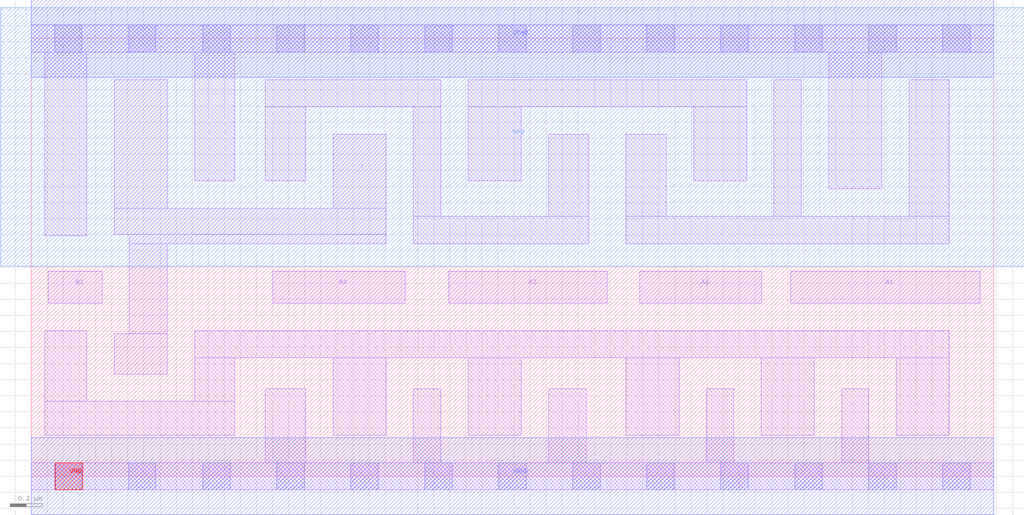
<source format=lef>
# Copyright 2020 The SkyWater PDK Authors
#
# Licensed under the Apache License, Version 2.0 (the "License");
# you may not use this file except in compliance with the License.
# You may obtain a copy of the License at
#
#     https://www.apache.org/licenses/LICENSE-2.0
#
# Unless required by applicable law or agreed to in writing, software
# distributed under the License is distributed on an "AS IS" BASIS,
# WITHOUT WARRANTIES OR CONDITIONS OF ANY KIND, either express or implied.
# See the License for the specific language governing permissions and
# limitations under the License.
#
# SPDX-License-Identifier: Apache-2.0

VERSION 5.7 ;
  NOWIREEXTENSIONATPIN ON ;
  DIVIDERCHAR "/" ;
  BUSBITCHARS "[]" ;
MACRO sky130_fd_sc_hd__o41ai_2
  CLASS CORE ;
  FOREIGN sky130_fd_sc_hd__o41ai_2 ;
  ORIGIN  0.000000  0.000000 ;
  SIZE  5.980000 BY  2.720000 ;
  SYMMETRY X Y R90 ;
  SITE unithd ;
  PIN A1
    ANTENNAGATEAREA  0.495000 ;
    DIRECTION INPUT ;
    USE SIGNAL ;
    PORT
      LAYER li1 ;
        RECT 4.720000 1.075000 5.895000 1.275000 ;
    END
  END A1
  PIN A2
    ANTENNAGATEAREA  0.495000 ;
    DIRECTION INPUT ;
    USE SIGNAL ;
    PORT
      LAYER li1 ;
        RECT 3.780000 1.075000 4.540000 1.275000 ;
    END
  END A2
  PIN A3
    ANTENNAGATEAREA  0.495000 ;
    DIRECTION INPUT ;
    USE SIGNAL ;
    PORT
      LAYER li1 ;
        RECT 2.595000 1.075000 3.580000 1.275000 ;
    END
  END A3
  PIN A4
    ANTENNAGATEAREA  0.495000 ;
    DIRECTION INPUT ;
    USE SIGNAL ;
    PORT
      LAYER li1 ;
        RECT 1.500000 1.075000 2.325000 1.275000 ;
    END
  END A4
  PIN B1
    ANTENNAGATEAREA  0.495000 ;
    DIRECTION INPUT ;
    USE SIGNAL ;
    PORT
      LAYER li1 ;
        RECT 0.105000 1.075000 0.440000 1.275000 ;
    END
  END B1
  PIN Y
    ANTENNADIFFAREA  0.715500 ;
    DIRECTION OUTPUT ;
    USE SIGNAL ;
    PORT
      LAYER li1 ;
        RECT 0.515000 0.635000 0.845000 0.885000 ;
        RECT 0.515000 1.505000 2.205000 1.665000 ;
        RECT 0.515000 1.665000 0.845000 2.465000 ;
        RECT 0.610000 0.885000 0.845000 1.445000 ;
        RECT 0.610000 1.445000 2.205000 1.505000 ;
        RECT 1.875000 1.665000 2.205000 2.125000 ;
    END
  END Y
  PIN VGND
    DIRECTION INOUT ;
    SHAPE ABUTMENT ;
    USE GROUND ;
    PORT
      LAYER met1 ;
        RECT 0.000000 -0.240000 5.980000 0.240000 ;
    END
  END VGND
  PIN VNB
    DIRECTION INOUT ;
    USE GROUND ;
    PORT
      LAYER pwell ;
        RECT 0.150000 -0.085000 0.320000 0.085000 ;
    END
  END VNB
  PIN VPB
    DIRECTION INOUT ;
    USE POWER ;
    PORT
      LAYER nwell ;
        RECT -0.190000 1.305000 6.170000 2.910000 ;
    END
  END VPB
  PIN VPWR
    DIRECTION INOUT ;
    SHAPE ABUTMENT ;
    USE POWER ;
    PORT
      LAYER met1 ;
        RECT 0.000000 2.480000 5.980000 2.960000 ;
    END
  END VPWR
  OBS
    LAYER li1 ;
      RECT 0.000000 -0.085000 5.980000 0.085000 ;
      RECT 0.000000  2.635000 5.980000 2.805000 ;
      RECT 0.085000  0.255000 1.265000 0.465000 ;
      RECT 0.085000  0.465000 0.345000 0.905000 ;
      RECT 0.085000  1.495000 0.345000 2.635000 ;
      RECT 1.015000  0.465000 1.265000 0.735000 ;
      RECT 1.015000  0.735000 5.705000 0.905000 ;
      RECT 1.015000  1.835000 1.265000 2.635000 ;
      RECT 1.455000  0.085000 1.705000 0.545000 ;
      RECT 1.455000  1.835000 1.705000 2.295000 ;
      RECT 1.455000  2.295000 2.545000 2.465000 ;
      RECT 1.875000  0.255000 2.205000 0.735000 ;
      RECT 2.375000  0.085000 2.545000 0.545000 ;
      RECT 2.375000  1.445000 3.465000 1.615000 ;
      RECT 2.375000  1.615000 2.545000 2.295000 ;
      RECT 2.715000  0.255000 3.045000 0.735000 ;
      RECT 2.715000  1.835000 3.045000 2.295000 ;
      RECT 2.715000  2.295000 4.445000 2.465000 ;
      RECT 3.215000  0.085000 3.450000 0.545000 ;
      RECT 3.215000  1.615000 3.465000 2.125000 ;
      RECT 3.695000  0.255000 4.025000 0.735000 ;
      RECT 3.695000  1.445000 5.705000 1.615000 ;
      RECT 3.695000  1.615000 3.945000 2.125000 ;
      RECT 4.115000  1.835000 4.445000 2.295000 ;
      RECT 4.195000  0.085000 4.365000 0.545000 ;
      RECT 4.535000  0.255000 4.865000 0.735000 ;
      RECT 4.615000  1.615000 4.785000 2.465000 ;
      RECT 4.955000  1.785000 5.285000 2.635000 ;
      RECT 5.035000  0.085000 5.205000 0.545000 ;
      RECT 5.375000  0.255000 5.705000 0.735000 ;
      RECT 5.455000  1.615000 5.705000 2.465000 ;
    LAYER mcon ;
      RECT 0.145000 -0.085000 0.315000 0.085000 ;
      RECT 0.145000  2.635000 0.315000 2.805000 ;
      RECT 0.605000 -0.085000 0.775000 0.085000 ;
      RECT 0.605000  2.635000 0.775000 2.805000 ;
      RECT 1.065000 -0.085000 1.235000 0.085000 ;
      RECT 1.065000  2.635000 1.235000 2.805000 ;
      RECT 1.525000 -0.085000 1.695000 0.085000 ;
      RECT 1.525000  2.635000 1.695000 2.805000 ;
      RECT 1.985000 -0.085000 2.155000 0.085000 ;
      RECT 1.985000  2.635000 2.155000 2.805000 ;
      RECT 2.445000 -0.085000 2.615000 0.085000 ;
      RECT 2.445000  2.635000 2.615000 2.805000 ;
      RECT 2.905000 -0.085000 3.075000 0.085000 ;
      RECT 2.905000  2.635000 3.075000 2.805000 ;
      RECT 3.365000 -0.085000 3.535000 0.085000 ;
      RECT 3.365000  2.635000 3.535000 2.805000 ;
      RECT 3.825000 -0.085000 3.995000 0.085000 ;
      RECT 3.825000  2.635000 3.995000 2.805000 ;
      RECT 4.285000 -0.085000 4.455000 0.085000 ;
      RECT 4.285000  2.635000 4.455000 2.805000 ;
      RECT 4.745000 -0.085000 4.915000 0.085000 ;
      RECT 4.745000  2.635000 4.915000 2.805000 ;
      RECT 5.205000 -0.085000 5.375000 0.085000 ;
      RECT 5.205000  2.635000 5.375000 2.805000 ;
      RECT 5.665000 -0.085000 5.835000 0.085000 ;
      RECT 5.665000  2.635000 5.835000 2.805000 ;
  END
END sky130_fd_sc_hd__o41ai_2
END LIBRARY

</source>
